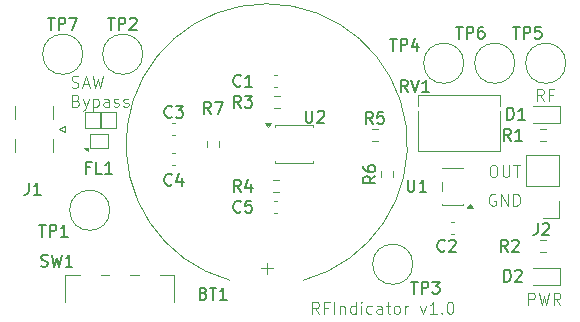
<source format=gbr>
%TF.GenerationSoftware,KiCad,Pcbnew,9.0.5*%
%TF.CreationDate,2025-11-29T16:59:50-06:00*%
%TF.ProjectId,RFIndicator,5246496e-6469-4636-9174-6f722e6b6963,rev?*%
%TF.SameCoordinates,Original*%
%TF.FileFunction,Legend,Top*%
%TF.FilePolarity,Positive*%
%FSLAX46Y46*%
G04 Gerber Fmt 4.6, Leading zero omitted, Abs format (unit mm)*
G04 Created by KiCad (PCBNEW 9.0.5) date 2025-11-29 16:59:50*
%MOMM*%
%LPD*%
G01*
G04 APERTURE LIST*
%ADD10C,0.100000*%
%ADD11C,0.150000*%
%ADD12C,0.120000*%
G04 APERTURE END LIST*
D10*
X95061693Y-113474038D02*
X94966455Y-113426419D01*
X94966455Y-113426419D02*
X94823598Y-113426419D01*
X94823598Y-113426419D02*
X94680741Y-113474038D01*
X94680741Y-113474038D02*
X94585503Y-113569276D01*
X94585503Y-113569276D02*
X94537884Y-113664514D01*
X94537884Y-113664514D02*
X94490265Y-113854990D01*
X94490265Y-113854990D02*
X94490265Y-113997847D01*
X94490265Y-113997847D02*
X94537884Y-114188323D01*
X94537884Y-114188323D02*
X94585503Y-114283561D01*
X94585503Y-114283561D02*
X94680741Y-114378800D01*
X94680741Y-114378800D02*
X94823598Y-114426419D01*
X94823598Y-114426419D02*
X94918836Y-114426419D01*
X94918836Y-114426419D02*
X95061693Y-114378800D01*
X95061693Y-114378800D02*
X95109312Y-114331180D01*
X95109312Y-114331180D02*
X95109312Y-113997847D01*
X95109312Y-113997847D02*
X94918836Y-113997847D01*
X95537884Y-114426419D02*
X95537884Y-113426419D01*
X95537884Y-113426419D02*
X96109312Y-114426419D01*
X96109312Y-114426419D02*
X96109312Y-113426419D01*
X96585503Y-114426419D02*
X96585503Y-113426419D01*
X96585503Y-113426419D02*
X96823598Y-113426419D01*
X96823598Y-113426419D02*
X96966455Y-113474038D01*
X96966455Y-113474038D02*
X97061693Y-113569276D01*
X97061693Y-113569276D02*
X97109312Y-113664514D01*
X97109312Y-113664514D02*
X97156931Y-113854990D01*
X97156931Y-113854990D02*
X97156931Y-113997847D01*
X97156931Y-113997847D02*
X97109312Y-114188323D01*
X97109312Y-114188323D02*
X97061693Y-114283561D01*
X97061693Y-114283561D02*
X96966455Y-114378800D01*
X96966455Y-114378800D02*
X96823598Y-114426419D01*
X96823598Y-114426419D02*
X96585503Y-114426419D01*
X94799884Y-110972121D02*
X94990360Y-110972121D01*
X94990360Y-110972121D02*
X95085598Y-111019740D01*
X95085598Y-111019740D02*
X95180836Y-111114978D01*
X95180836Y-111114978D02*
X95228455Y-111305454D01*
X95228455Y-111305454D02*
X95228455Y-111638787D01*
X95228455Y-111638787D02*
X95180836Y-111829263D01*
X95180836Y-111829263D02*
X95085598Y-111924502D01*
X95085598Y-111924502D02*
X94990360Y-111972121D01*
X94990360Y-111972121D02*
X94799884Y-111972121D01*
X94799884Y-111972121D02*
X94704646Y-111924502D01*
X94704646Y-111924502D02*
X94609408Y-111829263D01*
X94609408Y-111829263D02*
X94561789Y-111638787D01*
X94561789Y-111638787D02*
X94561789Y-111305454D01*
X94561789Y-111305454D02*
X94609408Y-111114978D01*
X94609408Y-111114978D02*
X94704646Y-111019740D01*
X94704646Y-111019740D02*
X94799884Y-110972121D01*
X95657027Y-110972121D02*
X95657027Y-111781644D01*
X95657027Y-111781644D02*
X95704646Y-111876882D01*
X95704646Y-111876882D02*
X95752265Y-111924502D01*
X95752265Y-111924502D02*
X95847503Y-111972121D01*
X95847503Y-111972121D02*
X96037979Y-111972121D01*
X96037979Y-111972121D02*
X96133217Y-111924502D01*
X96133217Y-111924502D02*
X96180836Y-111876882D01*
X96180836Y-111876882D02*
X96228455Y-111781644D01*
X96228455Y-111781644D02*
X96228455Y-110972121D01*
X96561789Y-110972121D02*
X97133217Y-110972121D01*
X96847503Y-111972121D02*
X96847503Y-110972121D01*
X99135312Y-105536419D02*
X98801979Y-105060228D01*
X98563884Y-105536419D02*
X98563884Y-104536419D01*
X98563884Y-104536419D02*
X98944836Y-104536419D01*
X98944836Y-104536419D02*
X99040074Y-104584038D01*
X99040074Y-104584038D02*
X99087693Y-104631657D01*
X99087693Y-104631657D02*
X99135312Y-104726895D01*
X99135312Y-104726895D02*
X99135312Y-104869752D01*
X99135312Y-104869752D02*
X99087693Y-104964990D01*
X99087693Y-104964990D02*
X99040074Y-105012609D01*
X99040074Y-105012609D02*
X98944836Y-105060228D01*
X98944836Y-105060228D02*
X98563884Y-105060228D01*
X99897217Y-105012609D02*
X99563884Y-105012609D01*
X99563884Y-105536419D02*
X99563884Y-104536419D01*
X99563884Y-104536419D02*
X100040074Y-104536419D01*
X97839884Y-122808419D02*
X97839884Y-121808419D01*
X97839884Y-121808419D02*
X98220836Y-121808419D01*
X98220836Y-121808419D02*
X98316074Y-121856038D01*
X98316074Y-121856038D02*
X98363693Y-121903657D01*
X98363693Y-121903657D02*
X98411312Y-121998895D01*
X98411312Y-121998895D02*
X98411312Y-122141752D01*
X98411312Y-122141752D02*
X98363693Y-122236990D01*
X98363693Y-122236990D02*
X98316074Y-122284609D01*
X98316074Y-122284609D02*
X98220836Y-122332228D01*
X98220836Y-122332228D02*
X97839884Y-122332228D01*
X98744646Y-121808419D02*
X98982741Y-122808419D01*
X98982741Y-122808419D02*
X99173217Y-122094133D01*
X99173217Y-122094133D02*
X99363693Y-122808419D01*
X99363693Y-122808419D02*
X99601789Y-121808419D01*
X100554169Y-122808419D02*
X100220836Y-122332228D01*
X99982741Y-122808419D02*
X99982741Y-121808419D01*
X99982741Y-121808419D02*
X100363693Y-121808419D01*
X100363693Y-121808419D02*
X100458931Y-121856038D01*
X100458931Y-121856038D02*
X100506550Y-121903657D01*
X100506550Y-121903657D02*
X100554169Y-121998895D01*
X100554169Y-121998895D02*
X100554169Y-122141752D01*
X100554169Y-122141752D02*
X100506550Y-122236990D01*
X100506550Y-122236990D02*
X100458931Y-122284609D01*
X100458931Y-122284609D02*
X100363693Y-122332228D01*
X100363693Y-122332228D02*
X99982741Y-122332228D01*
X59184265Y-104386856D02*
X59327122Y-104434475D01*
X59327122Y-104434475D02*
X59565217Y-104434475D01*
X59565217Y-104434475D02*
X59660455Y-104386856D01*
X59660455Y-104386856D02*
X59708074Y-104339236D01*
X59708074Y-104339236D02*
X59755693Y-104243998D01*
X59755693Y-104243998D02*
X59755693Y-104148760D01*
X59755693Y-104148760D02*
X59708074Y-104053522D01*
X59708074Y-104053522D02*
X59660455Y-104005903D01*
X59660455Y-104005903D02*
X59565217Y-103958284D01*
X59565217Y-103958284D02*
X59374741Y-103910665D01*
X59374741Y-103910665D02*
X59279503Y-103863046D01*
X59279503Y-103863046D02*
X59231884Y-103815427D01*
X59231884Y-103815427D02*
X59184265Y-103720189D01*
X59184265Y-103720189D02*
X59184265Y-103624951D01*
X59184265Y-103624951D02*
X59231884Y-103529713D01*
X59231884Y-103529713D02*
X59279503Y-103482094D01*
X59279503Y-103482094D02*
X59374741Y-103434475D01*
X59374741Y-103434475D02*
X59612836Y-103434475D01*
X59612836Y-103434475D02*
X59755693Y-103482094D01*
X60136646Y-104148760D02*
X60612836Y-104148760D01*
X60041408Y-104434475D02*
X60374741Y-103434475D01*
X60374741Y-103434475D02*
X60708074Y-104434475D01*
X60946170Y-103434475D02*
X61184265Y-104434475D01*
X61184265Y-104434475D02*
X61374741Y-103720189D01*
X61374741Y-103720189D02*
X61565217Y-104434475D01*
X61565217Y-104434475D02*
X61803313Y-103434475D01*
X59565217Y-105520609D02*
X59708074Y-105568228D01*
X59708074Y-105568228D02*
X59755693Y-105615847D01*
X59755693Y-105615847D02*
X59803312Y-105711085D01*
X59803312Y-105711085D02*
X59803312Y-105853942D01*
X59803312Y-105853942D02*
X59755693Y-105949180D01*
X59755693Y-105949180D02*
X59708074Y-105996800D01*
X59708074Y-105996800D02*
X59612836Y-106044419D01*
X59612836Y-106044419D02*
X59231884Y-106044419D01*
X59231884Y-106044419D02*
X59231884Y-105044419D01*
X59231884Y-105044419D02*
X59565217Y-105044419D01*
X59565217Y-105044419D02*
X59660455Y-105092038D01*
X59660455Y-105092038D02*
X59708074Y-105139657D01*
X59708074Y-105139657D02*
X59755693Y-105234895D01*
X59755693Y-105234895D02*
X59755693Y-105330133D01*
X59755693Y-105330133D02*
X59708074Y-105425371D01*
X59708074Y-105425371D02*
X59660455Y-105472990D01*
X59660455Y-105472990D02*
X59565217Y-105520609D01*
X59565217Y-105520609D02*
X59231884Y-105520609D01*
X60136646Y-105377752D02*
X60374741Y-106044419D01*
X60612836Y-105377752D02*
X60374741Y-106044419D01*
X60374741Y-106044419D02*
X60279503Y-106282514D01*
X60279503Y-106282514D02*
X60231884Y-106330133D01*
X60231884Y-106330133D02*
X60136646Y-106377752D01*
X60993789Y-105377752D02*
X60993789Y-106377752D01*
X60993789Y-105425371D02*
X61089027Y-105377752D01*
X61089027Y-105377752D02*
X61279503Y-105377752D01*
X61279503Y-105377752D02*
X61374741Y-105425371D01*
X61374741Y-105425371D02*
X61422360Y-105472990D01*
X61422360Y-105472990D02*
X61469979Y-105568228D01*
X61469979Y-105568228D02*
X61469979Y-105853942D01*
X61469979Y-105853942D02*
X61422360Y-105949180D01*
X61422360Y-105949180D02*
X61374741Y-105996800D01*
X61374741Y-105996800D02*
X61279503Y-106044419D01*
X61279503Y-106044419D02*
X61089027Y-106044419D01*
X61089027Y-106044419D02*
X60993789Y-105996800D01*
X62327122Y-106044419D02*
X62327122Y-105520609D01*
X62327122Y-105520609D02*
X62279503Y-105425371D01*
X62279503Y-105425371D02*
X62184265Y-105377752D01*
X62184265Y-105377752D02*
X61993789Y-105377752D01*
X61993789Y-105377752D02*
X61898551Y-105425371D01*
X62327122Y-105996800D02*
X62231884Y-106044419D01*
X62231884Y-106044419D02*
X61993789Y-106044419D01*
X61993789Y-106044419D02*
X61898551Y-105996800D01*
X61898551Y-105996800D02*
X61850932Y-105901561D01*
X61850932Y-105901561D02*
X61850932Y-105806323D01*
X61850932Y-105806323D02*
X61898551Y-105711085D01*
X61898551Y-105711085D02*
X61993789Y-105663466D01*
X61993789Y-105663466D02*
X62231884Y-105663466D01*
X62231884Y-105663466D02*
X62327122Y-105615847D01*
X62755694Y-105996800D02*
X62850932Y-106044419D01*
X62850932Y-106044419D02*
X63041408Y-106044419D01*
X63041408Y-106044419D02*
X63136646Y-105996800D01*
X63136646Y-105996800D02*
X63184265Y-105901561D01*
X63184265Y-105901561D02*
X63184265Y-105853942D01*
X63184265Y-105853942D02*
X63136646Y-105758704D01*
X63136646Y-105758704D02*
X63041408Y-105711085D01*
X63041408Y-105711085D02*
X62898551Y-105711085D01*
X62898551Y-105711085D02*
X62803313Y-105663466D01*
X62803313Y-105663466D02*
X62755694Y-105568228D01*
X62755694Y-105568228D02*
X62755694Y-105520609D01*
X62755694Y-105520609D02*
X62803313Y-105425371D01*
X62803313Y-105425371D02*
X62898551Y-105377752D01*
X62898551Y-105377752D02*
X63041408Y-105377752D01*
X63041408Y-105377752D02*
X63136646Y-105425371D01*
X63565218Y-105996800D02*
X63660456Y-106044419D01*
X63660456Y-106044419D02*
X63850932Y-106044419D01*
X63850932Y-106044419D02*
X63946170Y-105996800D01*
X63946170Y-105996800D02*
X63993789Y-105901561D01*
X63993789Y-105901561D02*
X63993789Y-105853942D01*
X63993789Y-105853942D02*
X63946170Y-105758704D01*
X63946170Y-105758704D02*
X63850932Y-105711085D01*
X63850932Y-105711085D02*
X63708075Y-105711085D01*
X63708075Y-105711085D02*
X63612837Y-105663466D01*
X63612837Y-105663466D02*
X63565218Y-105568228D01*
X63565218Y-105568228D02*
X63565218Y-105520609D01*
X63565218Y-105520609D02*
X63612837Y-105425371D01*
X63612837Y-105425371D02*
X63708075Y-105377752D01*
X63708075Y-105377752D02*
X63850932Y-105377752D01*
X63850932Y-105377752D02*
X63946170Y-105425371D01*
X80123312Y-123570419D02*
X79789979Y-123094228D01*
X79551884Y-123570419D02*
X79551884Y-122570419D01*
X79551884Y-122570419D02*
X79932836Y-122570419D01*
X79932836Y-122570419D02*
X80028074Y-122618038D01*
X80028074Y-122618038D02*
X80075693Y-122665657D01*
X80075693Y-122665657D02*
X80123312Y-122760895D01*
X80123312Y-122760895D02*
X80123312Y-122903752D01*
X80123312Y-122903752D02*
X80075693Y-122998990D01*
X80075693Y-122998990D02*
X80028074Y-123046609D01*
X80028074Y-123046609D02*
X79932836Y-123094228D01*
X79932836Y-123094228D02*
X79551884Y-123094228D01*
X80885217Y-123046609D02*
X80551884Y-123046609D01*
X80551884Y-123570419D02*
X80551884Y-122570419D01*
X80551884Y-122570419D02*
X81028074Y-122570419D01*
X81409027Y-123570419D02*
X81409027Y-122570419D01*
X81885217Y-122903752D02*
X81885217Y-123570419D01*
X81885217Y-122998990D02*
X81932836Y-122951371D01*
X81932836Y-122951371D02*
X82028074Y-122903752D01*
X82028074Y-122903752D02*
X82170931Y-122903752D01*
X82170931Y-122903752D02*
X82266169Y-122951371D01*
X82266169Y-122951371D02*
X82313788Y-123046609D01*
X82313788Y-123046609D02*
X82313788Y-123570419D01*
X83218550Y-123570419D02*
X83218550Y-122570419D01*
X83218550Y-123522800D02*
X83123312Y-123570419D01*
X83123312Y-123570419D02*
X82932836Y-123570419D01*
X82932836Y-123570419D02*
X82837598Y-123522800D01*
X82837598Y-123522800D02*
X82789979Y-123475180D01*
X82789979Y-123475180D02*
X82742360Y-123379942D01*
X82742360Y-123379942D02*
X82742360Y-123094228D01*
X82742360Y-123094228D02*
X82789979Y-122998990D01*
X82789979Y-122998990D02*
X82837598Y-122951371D01*
X82837598Y-122951371D02*
X82932836Y-122903752D01*
X82932836Y-122903752D02*
X83123312Y-122903752D01*
X83123312Y-122903752D02*
X83218550Y-122951371D01*
X83694741Y-123570419D02*
X83694741Y-122903752D01*
X83694741Y-122570419D02*
X83647122Y-122618038D01*
X83647122Y-122618038D02*
X83694741Y-122665657D01*
X83694741Y-122665657D02*
X83742360Y-122618038D01*
X83742360Y-122618038D02*
X83694741Y-122570419D01*
X83694741Y-122570419D02*
X83694741Y-122665657D01*
X84599502Y-123522800D02*
X84504264Y-123570419D01*
X84504264Y-123570419D02*
X84313788Y-123570419D01*
X84313788Y-123570419D02*
X84218550Y-123522800D01*
X84218550Y-123522800D02*
X84170931Y-123475180D01*
X84170931Y-123475180D02*
X84123312Y-123379942D01*
X84123312Y-123379942D02*
X84123312Y-123094228D01*
X84123312Y-123094228D02*
X84170931Y-122998990D01*
X84170931Y-122998990D02*
X84218550Y-122951371D01*
X84218550Y-122951371D02*
X84313788Y-122903752D01*
X84313788Y-122903752D02*
X84504264Y-122903752D01*
X84504264Y-122903752D02*
X84599502Y-122951371D01*
X85456645Y-123570419D02*
X85456645Y-123046609D01*
X85456645Y-123046609D02*
X85409026Y-122951371D01*
X85409026Y-122951371D02*
X85313788Y-122903752D01*
X85313788Y-122903752D02*
X85123312Y-122903752D01*
X85123312Y-122903752D02*
X85028074Y-122951371D01*
X85456645Y-123522800D02*
X85361407Y-123570419D01*
X85361407Y-123570419D02*
X85123312Y-123570419D01*
X85123312Y-123570419D02*
X85028074Y-123522800D01*
X85028074Y-123522800D02*
X84980455Y-123427561D01*
X84980455Y-123427561D02*
X84980455Y-123332323D01*
X84980455Y-123332323D02*
X85028074Y-123237085D01*
X85028074Y-123237085D02*
X85123312Y-123189466D01*
X85123312Y-123189466D02*
X85361407Y-123189466D01*
X85361407Y-123189466D02*
X85456645Y-123141847D01*
X85789979Y-122903752D02*
X86170931Y-122903752D01*
X85932836Y-122570419D02*
X85932836Y-123427561D01*
X85932836Y-123427561D02*
X85980455Y-123522800D01*
X85980455Y-123522800D02*
X86075693Y-123570419D01*
X86075693Y-123570419D02*
X86170931Y-123570419D01*
X86647122Y-123570419D02*
X86551884Y-123522800D01*
X86551884Y-123522800D02*
X86504265Y-123475180D01*
X86504265Y-123475180D02*
X86456646Y-123379942D01*
X86456646Y-123379942D02*
X86456646Y-123094228D01*
X86456646Y-123094228D02*
X86504265Y-122998990D01*
X86504265Y-122998990D02*
X86551884Y-122951371D01*
X86551884Y-122951371D02*
X86647122Y-122903752D01*
X86647122Y-122903752D02*
X86789979Y-122903752D01*
X86789979Y-122903752D02*
X86885217Y-122951371D01*
X86885217Y-122951371D02*
X86932836Y-122998990D01*
X86932836Y-122998990D02*
X86980455Y-123094228D01*
X86980455Y-123094228D02*
X86980455Y-123379942D01*
X86980455Y-123379942D02*
X86932836Y-123475180D01*
X86932836Y-123475180D02*
X86885217Y-123522800D01*
X86885217Y-123522800D02*
X86789979Y-123570419D01*
X86789979Y-123570419D02*
X86647122Y-123570419D01*
X87409027Y-123570419D02*
X87409027Y-122903752D01*
X87409027Y-123094228D02*
X87456646Y-122998990D01*
X87456646Y-122998990D02*
X87504265Y-122951371D01*
X87504265Y-122951371D02*
X87599503Y-122903752D01*
X87599503Y-122903752D02*
X87694741Y-122903752D01*
X88694742Y-122903752D02*
X88932837Y-123570419D01*
X88932837Y-123570419D02*
X89170932Y-122903752D01*
X90075694Y-123570419D02*
X89504266Y-123570419D01*
X89789980Y-123570419D02*
X89789980Y-122570419D01*
X89789980Y-122570419D02*
X89694742Y-122713276D01*
X89694742Y-122713276D02*
X89599504Y-122808514D01*
X89599504Y-122808514D02*
X89504266Y-122856133D01*
X90504266Y-123475180D02*
X90551885Y-123522800D01*
X90551885Y-123522800D02*
X90504266Y-123570419D01*
X90504266Y-123570419D02*
X90456647Y-123522800D01*
X90456647Y-123522800D02*
X90504266Y-123475180D01*
X90504266Y-123475180D02*
X90504266Y-123570419D01*
X91170932Y-122570419D02*
X91266170Y-122570419D01*
X91266170Y-122570419D02*
X91361408Y-122618038D01*
X91361408Y-122618038D02*
X91409027Y-122665657D01*
X91409027Y-122665657D02*
X91456646Y-122760895D01*
X91456646Y-122760895D02*
X91504265Y-122951371D01*
X91504265Y-122951371D02*
X91504265Y-123189466D01*
X91504265Y-123189466D02*
X91456646Y-123379942D01*
X91456646Y-123379942D02*
X91409027Y-123475180D01*
X91409027Y-123475180D02*
X91361408Y-123522800D01*
X91361408Y-123522800D02*
X91266170Y-123570419D01*
X91266170Y-123570419D02*
X91170932Y-123570419D01*
X91170932Y-123570419D02*
X91075694Y-123522800D01*
X91075694Y-123522800D02*
X91028075Y-123475180D01*
X91028075Y-123475180D02*
X90980456Y-123379942D01*
X90980456Y-123379942D02*
X90932837Y-123189466D01*
X90932837Y-123189466D02*
X90932837Y-122951371D01*
X90932837Y-122951371D02*
X90980456Y-122760895D01*
X90980456Y-122760895D02*
X91028075Y-122665657D01*
X91028075Y-122665657D02*
X91075694Y-122618038D01*
X91075694Y-122618038D02*
X91170932Y-122570419D01*
D11*
X60729904Y-111183009D02*
X60396571Y-111183009D01*
X60396571Y-111706819D02*
X60396571Y-110706819D01*
X60396571Y-110706819D02*
X60872761Y-110706819D01*
X61729904Y-111706819D02*
X61253714Y-111706819D01*
X61253714Y-111706819D02*
X61253714Y-110706819D01*
X62587047Y-111706819D02*
X62015619Y-111706819D01*
X62301333Y-111706819D02*
X62301333Y-110706819D01*
X62301333Y-110706819D02*
X62206095Y-110849676D01*
X62206095Y-110849676D02*
X62110857Y-110944914D01*
X62110857Y-110944914D02*
X62015619Y-110992533D01*
X95781905Y-120850819D02*
X95781905Y-119850819D01*
X95781905Y-119850819D02*
X96020000Y-119850819D01*
X96020000Y-119850819D02*
X96162857Y-119898438D01*
X96162857Y-119898438D02*
X96258095Y-119993676D01*
X96258095Y-119993676D02*
X96305714Y-120088914D01*
X96305714Y-120088914D02*
X96353333Y-120279390D01*
X96353333Y-120279390D02*
X96353333Y-120422247D01*
X96353333Y-120422247D02*
X96305714Y-120612723D01*
X96305714Y-120612723D02*
X96258095Y-120707961D01*
X96258095Y-120707961D02*
X96162857Y-120803200D01*
X96162857Y-120803200D02*
X96020000Y-120850819D01*
X96020000Y-120850819D02*
X95781905Y-120850819D01*
X96734286Y-119946057D02*
X96781905Y-119898438D01*
X96781905Y-119898438D02*
X96877143Y-119850819D01*
X96877143Y-119850819D02*
X97115238Y-119850819D01*
X97115238Y-119850819D02*
X97210476Y-119898438D01*
X97210476Y-119898438D02*
X97258095Y-119946057D01*
X97258095Y-119946057D02*
X97305714Y-120041295D01*
X97305714Y-120041295D02*
X97305714Y-120136533D01*
X97305714Y-120136533D02*
X97258095Y-120279390D01*
X97258095Y-120279390D02*
X96686667Y-120850819D01*
X96686667Y-120850819D02*
X97305714Y-120850819D01*
X98621927Y-115908840D02*
X98621927Y-116623125D01*
X98621927Y-116623125D02*
X98574308Y-116765982D01*
X98574308Y-116765982D02*
X98479070Y-116861221D01*
X98479070Y-116861221D02*
X98336213Y-116908840D01*
X98336213Y-116908840D02*
X98240975Y-116908840D01*
X99050499Y-116004078D02*
X99098118Y-115956459D01*
X99098118Y-115956459D02*
X99193356Y-115908840D01*
X99193356Y-115908840D02*
X99431451Y-115908840D01*
X99431451Y-115908840D02*
X99526689Y-115956459D01*
X99526689Y-115956459D02*
X99574308Y-116004078D01*
X99574308Y-116004078D02*
X99621927Y-116099316D01*
X99621927Y-116099316D02*
X99621927Y-116194554D01*
X99621927Y-116194554D02*
X99574308Y-116337411D01*
X99574308Y-116337411D02*
X99002880Y-116908840D01*
X99002880Y-116908840D02*
X99621927Y-116908840D01*
X96035905Y-107134819D02*
X96035905Y-106134819D01*
X96035905Y-106134819D02*
X96274000Y-106134819D01*
X96274000Y-106134819D02*
X96416857Y-106182438D01*
X96416857Y-106182438D02*
X96512095Y-106277676D01*
X96512095Y-106277676D02*
X96559714Y-106372914D01*
X96559714Y-106372914D02*
X96607333Y-106563390D01*
X96607333Y-106563390D02*
X96607333Y-106706247D01*
X96607333Y-106706247D02*
X96559714Y-106896723D01*
X96559714Y-106896723D02*
X96512095Y-106991961D01*
X96512095Y-106991961D02*
X96416857Y-107087200D01*
X96416857Y-107087200D02*
X96274000Y-107134819D01*
X96274000Y-107134819D02*
X96035905Y-107134819D01*
X97559714Y-107134819D02*
X96988286Y-107134819D01*
X97274000Y-107134819D02*
X97274000Y-106134819D01*
X97274000Y-106134819D02*
X97178762Y-106277676D01*
X97178762Y-106277676D02*
X97083524Y-106372914D01*
X97083524Y-106372914D02*
X96988286Y-106420533D01*
X90765333Y-118215580D02*
X90717714Y-118263200D01*
X90717714Y-118263200D02*
X90574857Y-118310819D01*
X90574857Y-118310819D02*
X90479619Y-118310819D01*
X90479619Y-118310819D02*
X90336762Y-118263200D01*
X90336762Y-118263200D02*
X90241524Y-118167961D01*
X90241524Y-118167961D02*
X90193905Y-118072723D01*
X90193905Y-118072723D02*
X90146286Y-117882247D01*
X90146286Y-117882247D02*
X90146286Y-117739390D01*
X90146286Y-117739390D02*
X90193905Y-117548914D01*
X90193905Y-117548914D02*
X90241524Y-117453676D01*
X90241524Y-117453676D02*
X90336762Y-117358438D01*
X90336762Y-117358438D02*
X90479619Y-117310819D01*
X90479619Y-117310819D02*
X90574857Y-117310819D01*
X90574857Y-117310819D02*
X90717714Y-117358438D01*
X90717714Y-117358438D02*
X90765333Y-117406057D01*
X91146286Y-117406057D02*
X91193905Y-117358438D01*
X91193905Y-117358438D02*
X91289143Y-117310819D01*
X91289143Y-117310819D02*
X91527238Y-117310819D01*
X91527238Y-117310819D02*
X91622476Y-117358438D01*
X91622476Y-117358438D02*
X91670095Y-117406057D01*
X91670095Y-117406057D02*
X91717714Y-117501295D01*
X91717714Y-117501295D02*
X91717714Y-117596533D01*
X91717714Y-117596533D02*
X91670095Y-117739390D01*
X91670095Y-117739390D02*
X91098667Y-118310819D01*
X91098667Y-118310819D02*
X91717714Y-118310819D01*
X96353333Y-108912819D02*
X96020000Y-108436628D01*
X95781905Y-108912819D02*
X95781905Y-107912819D01*
X95781905Y-107912819D02*
X96162857Y-107912819D01*
X96162857Y-107912819D02*
X96258095Y-107960438D01*
X96258095Y-107960438D02*
X96305714Y-108008057D01*
X96305714Y-108008057D02*
X96353333Y-108103295D01*
X96353333Y-108103295D02*
X96353333Y-108246152D01*
X96353333Y-108246152D02*
X96305714Y-108341390D01*
X96305714Y-108341390D02*
X96258095Y-108389009D01*
X96258095Y-108389009D02*
X96162857Y-108436628D01*
X96162857Y-108436628D02*
X95781905Y-108436628D01*
X97305714Y-108912819D02*
X96734286Y-108912819D01*
X97020000Y-108912819D02*
X97020000Y-107912819D01*
X97020000Y-107912819D02*
X96924762Y-108055676D01*
X96924762Y-108055676D02*
X96829524Y-108150914D01*
X96829524Y-108150914D02*
X96734286Y-108198533D01*
X87625794Y-104776617D02*
X87292461Y-104300426D01*
X87054366Y-104776617D02*
X87054366Y-103776617D01*
X87054366Y-103776617D02*
X87435318Y-103776617D01*
X87435318Y-103776617D02*
X87530556Y-103824236D01*
X87530556Y-103824236D02*
X87578175Y-103871855D01*
X87578175Y-103871855D02*
X87625794Y-103967093D01*
X87625794Y-103967093D02*
X87625794Y-104109950D01*
X87625794Y-104109950D02*
X87578175Y-104205188D01*
X87578175Y-104205188D02*
X87530556Y-104252807D01*
X87530556Y-104252807D02*
X87435318Y-104300426D01*
X87435318Y-104300426D02*
X87054366Y-104300426D01*
X87911509Y-103776617D02*
X88244842Y-104776617D01*
X88244842Y-104776617D02*
X88578175Y-103776617D01*
X89435318Y-104776617D02*
X88863890Y-104776617D01*
X89149604Y-104776617D02*
X89149604Y-103776617D01*
X89149604Y-103776617D02*
X89054366Y-103919474D01*
X89054366Y-103919474D02*
X88959128Y-104014712D01*
X88959128Y-104014712D02*
X88863890Y-104062331D01*
X96099333Y-118310819D02*
X95766000Y-117834628D01*
X95527905Y-118310819D02*
X95527905Y-117310819D01*
X95527905Y-117310819D02*
X95908857Y-117310819D01*
X95908857Y-117310819D02*
X96004095Y-117358438D01*
X96004095Y-117358438D02*
X96051714Y-117406057D01*
X96051714Y-117406057D02*
X96099333Y-117501295D01*
X96099333Y-117501295D02*
X96099333Y-117644152D01*
X96099333Y-117644152D02*
X96051714Y-117739390D01*
X96051714Y-117739390D02*
X96004095Y-117787009D01*
X96004095Y-117787009D02*
X95908857Y-117834628D01*
X95908857Y-117834628D02*
X95527905Y-117834628D01*
X96480286Y-117406057D02*
X96527905Y-117358438D01*
X96527905Y-117358438D02*
X96623143Y-117310819D01*
X96623143Y-117310819D02*
X96861238Y-117310819D01*
X96861238Y-117310819D02*
X96956476Y-117358438D01*
X96956476Y-117358438D02*
X97004095Y-117406057D01*
X97004095Y-117406057D02*
X97051714Y-117501295D01*
X97051714Y-117501295D02*
X97051714Y-117596533D01*
X97051714Y-117596533D02*
X97004095Y-117739390D01*
X97004095Y-117739390D02*
X96432667Y-118310819D01*
X96432667Y-118310819D02*
X97051714Y-118310819D01*
X87630095Y-112230819D02*
X87630095Y-113040342D01*
X87630095Y-113040342D02*
X87677714Y-113135580D01*
X87677714Y-113135580D02*
X87725333Y-113183200D01*
X87725333Y-113183200D02*
X87820571Y-113230819D01*
X87820571Y-113230819D02*
X88011047Y-113230819D01*
X88011047Y-113230819D02*
X88106285Y-113183200D01*
X88106285Y-113183200D02*
X88153904Y-113135580D01*
X88153904Y-113135580D02*
X88201523Y-113040342D01*
X88201523Y-113040342D02*
X88201523Y-112230819D01*
X89201523Y-113230819D02*
X88630095Y-113230819D01*
X88915809Y-113230819D02*
X88915809Y-112230819D01*
X88915809Y-112230819D02*
X88820571Y-112373676D01*
X88820571Y-112373676D02*
X88725333Y-112468914D01*
X88725333Y-112468914D02*
X88630095Y-112516533D01*
X96528095Y-99276819D02*
X97099523Y-99276819D01*
X96813809Y-100276819D02*
X96813809Y-99276819D01*
X97432857Y-100276819D02*
X97432857Y-99276819D01*
X97432857Y-99276819D02*
X97813809Y-99276819D01*
X97813809Y-99276819D02*
X97909047Y-99324438D01*
X97909047Y-99324438D02*
X97956666Y-99372057D01*
X97956666Y-99372057D02*
X98004285Y-99467295D01*
X98004285Y-99467295D02*
X98004285Y-99610152D01*
X98004285Y-99610152D02*
X97956666Y-99705390D01*
X97956666Y-99705390D02*
X97909047Y-99753009D01*
X97909047Y-99753009D02*
X97813809Y-99800628D01*
X97813809Y-99800628D02*
X97432857Y-99800628D01*
X98909047Y-99276819D02*
X98432857Y-99276819D01*
X98432857Y-99276819D02*
X98385238Y-99753009D01*
X98385238Y-99753009D02*
X98432857Y-99705390D01*
X98432857Y-99705390D02*
X98528095Y-99657771D01*
X98528095Y-99657771D02*
X98766190Y-99657771D01*
X98766190Y-99657771D02*
X98861428Y-99705390D01*
X98861428Y-99705390D02*
X98909047Y-99753009D01*
X98909047Y-99753009D02*
X98956666Y-99848247D01*
X98956666Y-99848247D02*
X98956666Y-100086342D01*
X98956666Y-100086342D02*
X98909047Y-100181580D01*
X98909047Y-100181580D02*
X98861428Y-100229200D01*
X98861428Y-100229200D02*
X98766190Y-100276819D01*
X98766190Y-100276819D02*
X98528095Y-100276819D01*
X98528095Y-100276819D02*
X98432857Y-100229200D01*
X98432857Y-100229200D02*
X98385238Y-100181580D01*
X86114095Y-100292819D02*
X86685523Y-100292819D01*
X86399809Y-101292819D02*
X86399809Y-100292819D01*
X87018857Y-101292819D02*
X87018857Y-100292819D01*
X87018857Y-100292819D02*
X87399809Y-100292819D01*
X87399809Y-100292819D02*
X87495047Y-100340438D01*
X87495047Y-100340438D02*
X87542666Y-100388057D01*
X87542666Y-100388057D02*
X87590285Y-100483295D01*
X87590285Y-100483295D02*
X87590285Y-100626152D01*
X87590285Y-100626152D02*
X87542666Y-100721390D01*
X87542666Y-100721390D02*
X87495047Y-100769009D01*
X87495047Y-100769009D02*
X87399809Y-100816628D01*
X87399809Y-100816628D02*
X87018857Y-100816628D01*
X88447428Y-100626152D02*
X88447428Y-101292819D01*
X88209333Y-100245200D02*
X87971238Y-100959485D01*
X87971238Y-100959485D02*
X88590285Y-100959485D01*
X91702095Y-99276819D02*
X92273523Y-99276819D01*
X91987809Y-100276819D02*
X91987809Y-99276819D01*
X92606857Y-100276819D02*
X92606857Y-99276819D01*
X92606857Y-99276819D02*
X92987809Y-99276819D01*
X92987809Y-99276819D02*
X93083047Y-99324438D01*
X93083047Y-99324438D02*
X93130666Y-99372057D01*
X93130666Y-99372057D02*
X93178285Y-99467295D01*
X93178285Y-99467295D02*
X93178285Y-99610152D01*
X93178285Y-99610152D02*
X93130666Y-99705390D01*
X93130666Y-99705390D02*
X93083047Y-99753009D01*
X93083047Y-99753009D02*
X92987809Y-99800628D01*
X92987809Y-99800628D02*
X92606857Y-99800628D01*
X94035428Y-99276819D02*
X93844952Y-99276819D01*
X93844952Y-99276819D02*
X93749714Y-99324438D01*
X93749714Y-99324438D02*
X93702095Y-99372057D01*
X93702095Y-99372057D02*
X93606857Y-99514914D01*
X93606857Y-99514914D02*
X93559238Y-99705390D01*
X93559238Y-99705390D02*
X93559238Y-100086342D01*
X93559238Y-100086342D02*
X93606857Y-100181580D01*
X93606857Y-100181580D02*
X93654476Y-100229200D01*
X93654476Y-100229200D02*
X93749714Y-100276819D01*
X93749714Y-100276819D02*
X93940190Y-100276819D01*
X93940190Y-100276819D02*
X94035428Y-100229200D01*
X94035428Y-100229200D02*
X94083047Y-100181580D01*
X94083047Y-100181580D02*
X94130666Y-100086342D01*
X94130666Y-100086342D02*
X94130666Y-99848247D01*
X94130666Y-99848247D02*
X94083047Y-99753009D01*
X94083047Y-99753009D02*
X94035428Y-99705390D01*
X94035428Y-99705390D02*
X93940190Y-99657771D01*
X93940190Y-99657771D02*
X93749714Y-99657771D01*
X93749714Y-99657771D02*
X93654476Y-99705390D01*
X93654476Y-99705390D02*
X93606857Y-99753009D01*
X93606857Y-99753009D02*
X93559238Y-99848247D01*
X57158095Y-98514819D02*
X57729523Y-98514819D01*
X57443809Y-99514819D02*
X57443809Y-98514819D01*
X58062857Y-99514819D02*
X58062857Y-98514819D01*
X58062857Y-98514819D02*
X58443809Y-98514819D01*
X58443809Y-98514819D02*
X58539047Y-98562438D01*
X58539047Y-98562438D02*
X58586666Y-98610057D01*
X58586666Y-98610057D02*
X58634285Y-98705295D01*
X58634285Y-98705295D02*
X58634285Y-98848152D01*
X58634285Y-98848152D02*
X58586666Y-98943390D01*
X58586666Y-98943390D02*
X58539047Y-98991009D01*
X58539047Y-98991009D02*
X58443809Y-99038628D01*
X58443809Y-99038628D02*
X58062857Y-99038628D01*
X58967619Y-98514819D02*
X59634285Y-98514819D01*
X59634285Y-98514819D02*
X59205714Y-99514819D01*
X87892095Y-120866819D02*
X88463523Y-120866819D01*
X88177809Y-121866819D02*
X88177809Y-120866819D01*
X88796857Y-121866819D02*
X88796857Y-120866819D01*
X88796857Y-120866819D02*
X89177809Y-120866819D01*
X89177809Y-120866819D02*
X89273047Y-120914438D01*
X89273047Y-120914438D02*
X89320666Y-120962057D01*
X89320666Y-120962057D02*
X89368285Y-121057295D01*
X89368285Y-121057295D02*
X89368285Y-121200152D01*
X89368285Y-121200152D02*
X89320666Y-121295390D01*
X89320666Y-121295390D02*
X89273047Y-121343009D01*
X89273047Y-121343009D02*
X89177809Y-121390628D01*
X89177809Y-121390628D02*
X88796857Y-121390628D01*
X89701619Y-120866819D02*
X90320666Y-120866819D01*
X90320666Y-120866819D02*
X89987333Y-121247771D01*
X89987333Y-121247771D02*
X90130190Y-121247771D01*
X90130190Y-121247771D02*
X90225428Y-121295390D01*
X90225428Y-121295390D02*
X90273047Y-121343009D01*
X90273047Y-121343009D02*
X90320666Y-121438247D01*
X90320666Y-121438247D02*
X90320666Y-121676342D01*
X90320666Y-121676342D02*
X90273047Y-121771580D01*
X90273047Y-121771580D02*
X90225428Y-121819200D01*
X90225428Y-121819200D02*
X90130190Y-121866819D01*
X90130190Y-121866819D02*
X89844476Y-121866819D01*
X89844476Y-121866819D02*
X89749238Y-121819200D01*
X89749238Y-121819200D02*
X89701619Y-121771580D01*
X62238095Y-98514819D02*
X62809523Y-98514819D01*
X62523809Y-99514819D02*
X62523809Y-98514819D01*
X63142857Y-99514819D02*
X63142857Y-98514819D01*
X63142857Y-98514819D02*
X63523809Y-98514819D01*
X63523809Y-98514819D02*
X63619047Y-98562438D01*
X63619047Y-98562438D02*
X63666666Y-98610057D01*
X63666666Y-98610057D02*
X63714285Y-98705295D01*
X63714285Y-98705295D02*
X63714285Y-98848152D01*
X63714285Y-98848152D02*
X63666666Y-98943390D01*
X63666666Y-98943390D02*
X63619047Y-98991009D01*
X63619047Y-98991009D02*
X63523809Y-99038628D01*
X63523809Y-99038628D02*
X63142857Y-99038628D01*
X64095238Y-98610057D02*
X64142857Y-98562438D01*
X64142857Y-98562438D02*
X64238095Y-98514819D01*
X64238095Y-98514819D02*
X64476190Y-98514819D01*
X64476190Y-98514819D02*
X64571428Y-98562438D01*
X64571428Y-98562438D02*
X64619047Y-98610057D01*
X64619047Y-98610057D02*
X64666666Y-98705295D01*
X64666666Y-98705295D02*
X64666666Y-98800533D01*
X64666666Y-98800533D02*
X64619047Y-98943390D01*
X64619047Y-98943390D02*
X64047619Y-99514819D01*
X64047619Y-99514819D02*
X64666666Y-99514819D01*
X56396095Y-116040819D02*
X56967523Y-116040819D01*
X56681809Y-117040819D02*
X56681809Y-116040819D01*
X57300857Y-117040819D02*
X57300857Y-116040819D01*
X57300857Y-116040819D02*
X57681809Y-116040819D01*
X57681809Y-116040819D02*
X57777047Y-116088438D01*
X57777047Y-116088438D02*
X57824666Y-116136057D01*
X57824666Y-116136057D02*
X57872285Y-116231295D01*
X57872285Y-116231295D02*
X57872285Y-116374152D01*
X57872285Y-116374152D02*
X57824666Y-116469390D01*
X57824666Y-116469390D02*
X57777047Y-116517009D01*
X57777047Y-116517009D02*
X57681809Y-116564628D01*
X57681809Y-116564628D02*
X57300857Y-116564628D01*
X58824666Y-117040819D02*
X58253238Y-117040819D01*
X58538952Y-117040819D02*
X58538952Y-116040819D01*
X58538952Y-116040819D02*
X58443714Y-116183676D01*
X58443714Y-116183676D02*
X58348476Y-116278914D01*
X58348476Y-116278914D02*
X58253238Y-116326533D01*
X78994095Y-106388819D02*
X78994095Y-107198342D01*
X78994095Y-107198342D02*
X79041714Y-107293580D01*
X79041714Y-107293580D02*
X79089333Y-107341200D01*
X79089333Y-107341200D02*
X79184571Y-107388819D01*
X79184571Y-107388819D02*
X79375047Y-107388819D01*
X79375047Y-107388819D02*
X79470285Y-107341200D01*
X79470285Y-107341200D02*
X79517904Y-107293580D01*
X79517904Y-107293580D02*
X79565523Y-107198342D01*
X79565523Y-107198342D02*
X79565523Y-106388819D01*
X79994095Y-106484057D02*
X80041714Y-106436438D01*
X80041714Y-106436438D02*
X80136952Y-106388819D01*
X80136952Y-106388819D02*
X80375047Y-106388819D01*
X80375047Y-106388819D02*
X80470285Y-106436438D01*
X80470285Y-106436438D02*
X80517904Y-106484057D01*
X80517904Y-106484057D02*
X80565523Y-106579295D01*
X80565523Y-106579295D02*
X80565523Y-106674533D01*
X80565523Y-106674533D02*
X80517904Y-106817390D01*
X80517904Y-106817390D02*
X79946476Y-107388819D01*
X79946476Y-107388819D02*
X80565523Y-107388819D01*
X56578667Y-119533200D02*
X56721524Y-119580819D01*
X56721524Y-119580819D02*
X56959619Y-119580819D01*
X56959619Y-119580819D02*
X57054857Y-119533200D01*
X57054857Y-119533200D02*
X57102476Y-119485580D01*
X57102476Y-119485580D02*
X57150095Y-119390342D01*
X57150095Y-119390342D02*
X57150095Y-119295104D01*
X57150095Y-119295104D02*
X57102476Y-119199866D01*
X57102476Y-119199866D02*
X57054857Y-119152247D01*
X57054857Y-119152247D02*
X56959619Y-119104628D01*
X56959619Y-119104628D02*
X56769143Y-119057009D01*
X56769143Y-119057009D02*
X56673905Y-119009390D01*
X56673905Y-119009390D02*
X56626286Y-118961771D01*
X56626286Y-118961771D02*
X56578667Y-118866533D01*
X56578667Y-118866533D02*
X56578667Y-118771295D01*
X56578667Y-118771295D02*
X56626286Y-118676057D01*
X56626286Y-118676057D02*
X56673905Y-118628438D01*
X56673905Y-118628438D02*
X56769143Y-118580819D01*
X56769143Y-118580819D02*
X57007238Y-118580819D01*
X57007238Y-118580819D02*
X57150095Y-118628438D01*
X57483429Y-118580819D02*
X57721524Y-119580819D01*
X57721524Y-119580819D02*
X57912000Y-118866533D01*
X57912000Y-118866533D02*
X58102476Y-119580819D01*
X58102476Y-119580819D02*
X58340572Y-118580819D01*
X59245333Y-119580819D02*
X58673905Y-119580819D01*
X58959619Y-119580819D02*
X58959619Y-118580819D01*
X58959619Y-118580819D02*
X58864381Y-118723676D01*
X58864381Y-118723676D02*
X58769143Y-118818914D01*
X58769143Y-118818914D02*
X58673905Y-118866533D01*
X70953333Y-106626819D02*
X70620000Y-106150628D01*
X70381905Y-106626819D02*
X70381905Y-105626819D01*
X70381905Y-105626819D02*
X70762857Y-105626819D01*
X70762857Y-105626819D02*
X70858095Y-105674438D01*
X70858095Y-105674438D02*
X70905714Y-105722057D01*
X70905714Y-105722057D02*
X70953333Y-105817295D01*
X70953333Y-105817295D02*
X70953333Y-105960152D01*
X70953333Y-105960152D02*
X70905714Y-106055390D01*
X70905714Y-106055390D02*
X70858095Y-106103009D01*
X70858095Y-106103009D02*
X70762857Y-106150628D01*
X70762857Y-106150628D02*
X70381905Y-106150628D01*
X71286667Y-105626819D02*
X71953333Y-105626819D01*
X71953333Y-105626819D02*
X71524762Y-106626819D01*
X84876819Y-111926666D02*
X84400628Y-112259999D01*
X84876819Y-112498094D02*
X83876819Y-112498094D01*
X83876819Y-112498094D02*
X83876819Y-112117142D01*
X83876819Y-112117142D02*
X83924438Y-112021904D01*
X83924438Y-112021904D02*
X83972057Y-111974285D01*
X83972057Y-111974285D02*
X84067295Y-111926666D01*
X84067295Y-111926666D02*
X84210152Y-111926666D01*
X84210152Y-111926666D02*
X84305390Y-111974285D01*
X84305390Y-111974285D02*
X84353009Y-112021904D01*
X84353009Y-112021904D02*
X84400628Y-112117142D01*
X84400628Y-112117142D02*
X84400628Y-112498094D01*
X83876819Y-111069523D02*
X83876819Y-111259999D01*
X83876819Y-111259999D02*
X83924438Y-111355237D01*
X83924438Y-111355237D02*
X83972057Y-111402856D01*
X83972057Y-111402856D02*
X84114914Y-111498094D01*
X84114914Y-111498094D02*
X84305390Y-111545713D01*
X84305390Y-111545713D02*
X84686342Y-111545713D01*
X84686342Y-111545713D02*
X84781580Y-111498094D01*
X84781580Y-111498094D02*
X84829200Y-111450475D01*
X84829200Y-111450475D02*
X84876819Y-111355237D01*
X84876819Y-111355237D02*
X84876819Y-111164761D01*
X84876819Y-111164761D02*
X84829200Y-111069523D01*
X84829200Y-111069523D02*
X84781580Y-111021904D01*
X84781580Y-111021904D02*
X84686342Y-110974285D01*
X84686342Y-110974285D02*
X84448247Y-110974285D01*
X84448247Y-110974285D02*
X84353009Y-111021904D01*
X84353009Y-111021904D02*
X84305390Y-111069523D01*
X84305390Y-111069523D02*
X84257771Y-111164761D01*
X84257771Y-111164761D02*
X84257771Y-111355237D01*
X84257771Y-111355237D02*
X84305390Y-111450475D01*
X84305390Y-111450475D02*
X84353009Y-111498094D01*
X84353009Y-111498094D02*
X84448247Y-111545713D01*
X84669333Y-107482819D02*
X84336000Y-107006628D01*
X84097905Y-107482819D02*
X84097905Y-106482819D01*
X84097905Y-106482819D02*
X84478857Y-106482819D01*
X84478857Y-106482819D02*
X84574095Y-106530438D01*
X84574095Y-106530438D02*
X84621714Y-106578057D01*
X84621714Y-106578057D02*
X84669333Y-106673295D01*
X84669333Y-106673295D02*
X84669333Y-106816152D01*
X84669333Y-106816152D02*
X84621714Y-106911390D01*
X84621714Y-106911390D02*
X84574095Y-106959009D01*
X84574095Y-106959009D02*
X84478857Y-107006628D01*
X84478857Y-107006628D02*
X84097905Y-107006628D01*
X85574095Y-106482819D02*
X85097905Y-106482819D01*
X85097905Y-106482819D02*
X85050286Y-106959009D01*
X85050286Y-106959009D02*
X85097905Y-106911390D01*
X85097905Y-106911390D02*
X85193143Y-106863771D01*
X85193143Y-106863771D02*
X85431238Y-106863771D01*
X85431238Y-106863771D02*
X85526476Y-106911390D01*
X85526476Y-106911390D02*
X85574095Y-106959009D01*
X85574095Y-106959009D02*
X85621714Y-107054247D01*
X85621714Y-107054247D02*
X85621714Y-107292342D01*
X85621714Y-107292342D02*
X85574095Y-107387580D01*
X85574095Y-107387580D02*
X85526476Y-107435200D01*
X85526476Y-107435200D02*
X85431238Y-107482819D01*
X85431238Y-107482819D02*
X85193143Y-107482819D01*
X85193143Y-107482819D02*
X85097905Y-107435200D01*
X85097905Y-107435200D02*
X85050286Y-107387580D01*
X73493333Y-113230819D02*
X73160000Y-112754628D01*
X72921905Y-113230819D02*
X72921905Y-112230819D01*
X72921905Y-112230819D02*
X73302857Y-112230819D01*
X73302857Y-112230819D02*
X73398095Y-112278438D01*
X73398095Y-112278438D02*
X73445714Y-112326057D01*
X73445714Y-112326057D02*
X73493333Y-112421295D01*
X73493333Y-112421295D02*
X73493333Y-112564152D01*
X73493333Y-112564152D02*
X73445714Y-112659390D01*
X73445714Y-112659390D02*
X73398095Y-112707009D01*
X73398095Y-112707009D02*
X73302857Y-112754628D01*
X73302857Y-112754628D02*
X72921905Y-112754628D01*
X74350476Y-112564152D02*
X74350476Y-113230819D01*
X74112381Y-112183200D02*
X73874286Y-112897485D01*
X73874286Y-112897485D02*
X74493333Y-112897485D01*
X73493333Y-106118819D02*
X73160000Y-105642628D01*
X72921905Y-106118819D02*
X72921905Y-105118819D01*
X72921905Y-105118819D02*
X73302857Y-105118819D01*
X73302857Y-105118819D02*
X73398095Y-105166438D01*
X73398095Y-105166438D02*
X73445714Y-105214057D01*
X73445714Y-105214057D02*
X73493333Y-105309295D01*
X73493333Y-105309295D02*
X73493333Y-105452152D01*
X73493333Y-105452152D02*
X73445714Y-105547390D01*
X73445714Y-105547390D02*
X73398095Y-105595009D01*
X73398095Y-105595009D02*
X73302857Y-105642628D01*
X73302857Y-105642628D02*
X72921905Y-105642628D01*
X73826667Y-105118819D02*
X74445714Y-105118819D01*
X74445714Y-105118819D02*
X74112381Y-105499771D01*
X74112381Y-105499771D02*
X74255238Y-105499771D01*
X74255238Y-105499771D02*
X74350476Y-105547390D01*
X74350476Y-105547390D02*
X74398095Y-105595009D01*
X74398095Y-105595009D02*
X74445714Y-105690247D01*
X74445714Y-105690247D02*
X74445714Y-105928342D01*
X74445714Y-105928342D02*
X74398095Y-106023580D01*
X74398095Y-106023580D02*
X74350476Y-106071200D01*
X74350476Y-106071200D02*
X74255238Y-106118819D01*
X74255238Y-106118819D02*
X73969524Y-106118819D01*
X73969524Y-106118819D02*
X73874286Y-106071200D01*
X73874286Y-106071200D02*
X73826667Y-106023580D01*
X55546666Y-112484819D02*
X55546666Y-113199104D01*
X55546666Y-113199104D02*
X55499047Y-113341961D01*
X55499047Y-113341961D02*
X55403809Y-113437200D01*
X55403809Y-113437200D02*
X55260952Y-113484819D01*
X55260952Y-113484819D02*
X55165714Y-113484819D01*
X56546666Y-113484819D02*
X55975238Y-113484819D01*
X56260952Y-113484819D02*
X56260952Y-112484819D01*
X56260952Y-112484819D02*
X56165714Y-112627676D01*
X56165714Y-112627676D02*
X56070476Y-112722914D01*
X56070476Y-112722914D02*
X55975238Y-112770533D01*
X73493333Y-114913580D02*
X73445714Y-114961200D01*
X73445714Y-114961200D02*
X73302857Y-115008819D01*
X73302857Y-115008819D02*
X73207619Y-115008819D01*
X73207619Y-115008819D02*
X73064762Y-114961200D01*
X73064762Y-114961200D02*
X72969524Y-114865961D01*
X72969524Y-114865961D02*
X72921905Y-114770723D01*
X72921905Y-114770723D02*
X72874286Y-114580247D01*
X72874286Y-114580247D02*
X72874286Y-114437390D01*
X72874286Y-114437390D02*
X72921905Y-114246914D01*
X72921905Y-114246914D02*
X72969524Y-114151676D01*
X72969524Y-114151676D02*
X73064762Y-114056438D01*
X73064762Y-114056438D02*
X73207619Y-114008819D01*
X73207619Y-114008819D02*
X73302857Y-114008819D01*
X73302857Y-114008819D02*
X73445714Y-114056438D01*
X73445714Y-114056438D02*
X73493333Y-114104057D01*
X74398095Y-114008819D02*
X73921905Y-114008819D01*
X73921905Y-114008819D02*
X73874286Y-114485009D01*
X73874286Y-114485009D02*
X73921905Y-114437390D01*
X73921905Y-114437390D02*
X74017143Y-114389771D01*
X74017143Y-114389771D02*
X74255238Y-114389771D01*
X74255238Y-114389771D02*
X74350476Y-114437390D01*
X74350476Y-114437390D02*
X74398095Y-114485009D01*
X74398095Y-114485009D02*
X74445714Y-114580247D01*
X74445714Y-114580247D02*
X74445714Y-114818342D01*
X74445714Y-114818342D02*
X74398095Y-114913580D01*
X74398095Y-114913580D02*
X74350476Y-114961200D01*
X74350476Y-114961200D02*
X74255238Y-115008819D01*
X74255238Y-115008819D02*
X74017143Y-115008819D01*
X74017143Y-115008819D02*
X73921905Y-114961200D01*
X73921905Y-114961200D02*
X73874286Y-114913580D01*
X67651333Y-112627580D02*
X67603714Y-112675200D01*
X67603714Y-112675200D02*
X67460857Y-112722819D01*
X67460857Y-112722819D02*
X67365619Y-112722819D01*
X67365619Y-112722819D02*
X67222762Y-112675200D01*
X67222762Y-112675200D02*
X67127524Y-112579961D01*
X67127524Y-112579961D02*
X67079905Y-112484723D01*
X67079905Y-112484723D02*
X67032286Y-112294247D01*
X67032286Y-112294247D02*
X67032286Y-112151390D01*
X67032286Y-112151390D02*
X67079905Y-111960914D01*
X67079905Y-111960914D02*
X67127524Y-111865676D01*
X67127524Y-111865676D02*
X67222762Y-111770438D01*
X67222762Y-111770438D02*
X67365619Y-111722819D01*
X67365619Y-111722819D02*
X67460857Y-111722819D01*
X67460857Y-111722819D02*
X67603714Y-111770438D01*
X67603714Y-111770438D02*
X67651333Y-111818057D01*
X68508476Y-112056152D02*
X68508476Y-112722819D01*
X68270381Y-111675200D02*
X68032286Y-112389485D01*
X68032286Y-112389485D02*
X68651333Y-112389485D01*
X67651333Y-106879580D02*
X67603714Y-106927200D01*
X67603714Y-106927200D02*
X67460857Y-106974819D01*
X67460857Y-106974819D02*
X67365619Y-106974819D01*
X67365619Y-106974819D02*
X67222762Y-106927200D01*
X67222762Y-106927200D02*
X67127524Y-106831961D01*
X67127524Y-106831961D02*
X67079905Y-106736723D01*
X67079905Y-106736723D02*
X67032286Y-106546247D01*
X67032286Y-106546247D02*
X67032286Y-106403390D01*
X67032286Y-106403390D02*
X67079905Y-106212914D01*
X67079905Y-106212914D02*
X67127524Y-106117676D01*
X67127524Y-106117676D02*
X67222762Y-106022438D01*
X67222762Y-106022438D02*
X67365619Y-105974819D01*
X67365619Y-105974819D02*
X67460857Y-105974819D01*
X67460857Y-105974819D02*
X67603714Y-106022438D01*
X67603714Y-106022438D02*
X67651333Y-106070057D01*
X67984667Y-105974819D02*
X68603714Y-105974819D01*
X68603714Y-105974819D02*
X68270381Y-106355771D01*
X68270381Y-106355771D02*
X68413238Y-106355771D01*
X68413238Y-106355771D02*
X68508476Y-106403390D01*
X68508476Y-106403390D02*
X68556095Y-106451009D01*
X68556095Y-106451009D02*
X68603714Y-106546247D01*
X68603714Y-106546247D02*
X68603714Y-106784342D01*
X68603714Y-106784342D02*
X68556095Y-106879580D01*
X68556095Y-106879580D02*
X68508476Y-106927200D01*
X68508476Y-106927200D02*
X68413238Y-106974819D01*
X68413238Y-106974819D02*
X68127524Y-106974819D01*
X68127524Y-106974819D02*
X68032286Y-106927200D01*
X68032286Y-106927200D02*
X67984667Y-106879580D01*
X73493333Y-104245580D02*
X73445714Y-104293200D01*
X73445714Y-104293200D02*
X73302857Y-104340819D01*
X73302857Y-104340819D02*
X73207619Y-104340819D01*
X73207619Y-104340819D02*
X73064762Y-104293200D01*
X73064762Y-104293200D02*
X72969524Y-104197961D01*
X72969524Y-104197961D02*
X72921905Y-104102723D01*
X72921905Y-104102723D02*
X72874286Y-103912247D01*
X72874286Y-103912247D02*
X72874286Y-103769390D01*
X72874286Y-103769390D02*
X72921905Y-103578914D01*
X72921905Y-103578914D02*
X72969524Y-103483676D01*
X72969524Y-103483676D02*
X73064762Y-103388438D01*
X73064762Y-103388438D02*
X73207619Y-103340819D01*
X73207619Y-103340819D02*
X73302857Y-103340819D01*
X73302857Y-103340819D02*
X73445714Y-103388438D01*
X73445714Y-103388438D02*
X73493333Y-103436057D01*
X74445714Y-104340819D02*
X73874286Y-104340819D01*
X74160000Y-104340819D02*
X74160000Y-103340819D01*
X74160000Y-103340819D02*
X74064762Y-103483676D01*
X74064762Y-103483676D02*
X73969524Y-103578914D01*
X73969524Y-103578914D02*
X73874286Y-103626533D01*
X70334285Y-121851009D02*
X70477142Y-121898628D01*
X70477142Y-121898628D02*
X70524761Y-121946247D01*
X70524761Y-121946247D02*
X70572380Y-122041485D01*
X70572380Y-122041485D02*
X70572380Y-122184342D01*
X70572380Y-122184342D02*
X70524761Y-122279580D01*
X70524761Y-122279580D02*
X70477142Y-122327200D01*
X70477142Y-122327200D02*
X70381904Y-122374819D01*
X70381904Y-122374819D02*
X70000952Y-122374819D01*
X70000952Y-122374819D02*
X70000952Y-121374819D01*
X70000952Y-121374819D02*
X70334285Y-121374819D01*
X70334285Y-121374819D02*
X70429523Y-121422438D01*
X70429523Y-121422438D02*
X70477142Y-121470057D01*
X70477142Y-121470057D02*
X70524761Y-121565295D01*
X70524761Y-121565295D02*
X70524761Y-121660533D01*
X70524761Y-121660533D02*
X70477142Y-121755771D01*
X70477142Y-121755771D02*
X70429523Y-121803390D01*
X70429523Y-121803390D02*
X70334285Y-121851009D01*
X70334285Y-121851009D02*
X70000952Y-121851009D01*
X70858095Y-121374819D02*
X71429523Y-121374819D01*
X71143809Y-122374819D02*
X71143809Y-121374819D01*
X72286666Y-122374819D02*
X71715238Y-122374819D01*
X72000952Y-122374819D02*
X72000952Y-121374819D01*
X72000952Y-121374819D02*
X71905714Y-121517676D01*
X71905714Y-121517676D02*
X71810476Y-121612914D01*
X71810476Y-121612914D02*
X71715238Y-121660533D01*
D12*
%TO.C,FL1*%
X60526000Y-109812500D02*
X60246000Y-109532500D01*
X60526000Y-109532500D01*
X60526000Y-109812500D01*
G36*
X60526000Y-109812500D02*
G01*
X60246000Y-109532500D01*
X60526000Y-109532500D01*
X60526000Y-109812500D01*
G37*
X62226000Y-109532500D02*
X62226000Y-108332500D01*
X62226000Y-108332500D02*
X60726000Y-108332500D01*
X60726000Y-109532500D02*
X62226000Y-109532500D01*
X60726000Y-108332500D02*
X60726000Y-109532500D01*
%TO.C,D2*%
X100545000Y-121131000D02*
X100545000Y-119661000D01*
X100545000Y-119661000D02*
X98260000Y-119661000D01*
X98260000Y-121131000D02*
X100545000Y-121131000D01*
%TO.C,J2*%
X100440000Y-115431000D02*
X99060000Y-115431000D01*
X100440000Y-114051000D02*
X100440000Y-115431000D01*
X100440000Y-112781000D02*
X100440000Y-110131000D01*
X100440000Y-112781000D02*
X97680000Y-112781000D01*
X100440000Y-110131000D02*
X97680000Y-110131000D01*
X97680000Y-112781000D02*
X97680000Y-110131000D01*
%TO.C,D1*%
X100545000Y-107415000D02*
X100545000Y-105945000D01*
X100545000Y-105945000D02*
X98260000Y-105945000D01*
X98260000Y-107415000D02*
X100545000Y-107415000D01*
%TO.C,C2*%
X91293733Y-115822000D02*
X91586267Y-115822000D01*
X91293733Y-116842000D02*
X91586267Y-116842000D01*
%TO.C,R1*%
X99314724Y-108980500D02*
X98805276Y-108980500D01*
X99314724Y-107935500D02*
X98805276Y-107935500D01*
%TO.C,RV1*%
X88483000Y-105082000D02*
X95413000Y-105082000D01*
X88483000Y-105995000D02*
X88483000Y-105082000D01*
X88483000Y-109802000D02*
X88483000Y-106429000D01*
X95413000Y-105082000D02*
X95413000Y-105995000D01*
X95413000Y-106429000D02*
X95413000Y-109802000D01*
X95413000Y-109802000D02*
X88483000Y-109802000D01*
%TO.C,R2*%
X99314724Y-118378500D02*
X98805276Y-118378500D01*
X99314724Y-117333500D02*
X98805276Y-117333500D01*
%TO.C,U1*%
X92350000Y-114336000D02*
X90530000Y-114336000D01*
X92350000Y-114286000D02*
X92350000Y-114336000D01*
X92350000Y-111216000D02*
X92350000Y-111266000D01*
X90530000Y-114336000D02*
X90530000Y-114286000D01*
X90530000Y-113166000D02*
X90530000Y-112386000D01*
X90530000Y-111266000D02*
X90530000Y-111216000D01*
X90530000Y-111216000D02*
X92350000Y-111216000D01*
X93130000Y-114616000D02*
X92650000Y-114616000D01*
X92890000Y-114286000D01*
X93130000Y-114616000D01*
G36*
X93130000Y-114616000D02*
G01*
X92650000Y-114616000D01*
X92890000Y-114286000D01*
X93130000Y-114616000D01*
G37*
%TO.C,TP5*%
X101014000Y-102362000D02*
G75*
G02*
X97614000Y-102362000I-1700000J0D01*
G01*
X97614000Y-102362000D02*
G75*
G02*
X101014000Y-102362000I1700000J0D01*
G01*
%TO.C,TP4*%
X92378000Y-102362000D02*
G75*
G02*
X88978000Y-102362000I-1700000J0D01*
G01*
X88978000Y-102362000D02*
G75*
G02*
X92378000Y-102362000I1700000J0D01*
G01*
%TO.C,TP6*%
X96696000Y-102362000D02*
G75*
G02*
X93296000Y-102362000I-1700000J0D01*
G01*
X93296000Y-102362000D02*
G75*
G02*
X96696000Y-102362000I1700000J0D01*
G01*
%TO.C,TP7*%
X60120000Y-101600000D02*
G75*
G02*
X56720000Y-101600000I-1700000J0D01*
G01*
X56720000Y-101600000D02*
G75*
G02*
X60120000Y-101600000I1700000J0D01*
G01*
%TO.C,TP3*%
X88060000Y-119380000D02*
G75*
G02*
X84660000Y-119380000I-1700000J0D01*
G01*
X84660000Y-119380000D02*
G75*
G02*
X88060000Y-119380000I1700000J0D01*
G01*
%TO.C,TP2*%
X65200000Y-101600000D02*
G75*
G02*
X61800000Y-101600000I-1700000J0D01*
G01*
X61800000Y-101600000D02*
G75*
G02*
X65200000Y-101600000I1700000J0D01*
G01*
%TO.C,TP1*%
X62406000Y-114808000D02*
G75*
G02*
X59006000Y-114808000I-1700000J0D01*
G01*
X59006000Y-114808000D02*
G75*
G02*
X62406000Y-114808000I1700000J0D01*
G01*
%TO.C,TP9*%
X61546000Y-106454500D02*
X62946000Y-106454500D01*
X61546000Y-107854500D02*
X61546000Y-106454500D01*
X62946000Y-106454500D02*
X62946000Y-107854500D01*
X62946000Y-107854500D02*
X61546000Y-107854500D01*
%TO.C,TP8*%
X60276000Y-106454500D02*
X61676000Y-106454500D01*
X60276000Y-107854500D02*
X60276000Y-106454500D01*
X61676000Y-106454500D02*
X61676000Y-107854500D01*
X61676000Y-107854500D02*
X60276000Y-107854500D01*
%TO.C,U2*%
X76368000Y-107610000D02*
X79588000Y-107610000D01*
X76368000Y-107785000D02*
X76368000Y-107610000D01*
X76368000Y-110830000D02*
X76368000Y-110655000D01*
X79588000Y-107610000D02*
X79588000Y-107785000D01*
X79588000Y-110655000D02*
X79588000Y-110830000D01*
X79588000Y-110830000D02*
X76368000Y-110830000D01*
X75818000Y-107780000D02*
X75578000Y-107450000D01*
X76058000Y-107450000D01*
X75818000Y-107780000D01*
G36*
X75818000Y-107780000D02*
G01*
X75578000Y-107450000D01*
X76058000Y-107450000D01*
X75818000Y-107780000D01*
G37*
%TO.C,SW1*%
X58646000Y-120274000D02*
X59846000Y-120274000D01*
X58646000Y-122574000D02*
X58646000Y-120274000D01*
X62346000Y-120274000D02*
X61646000Y-120274000D01*
X64846000Y-120274000D02*
X64146000Y-120274000D01*
X66646000Y-120274000D02*
X67846000Y-120274000D01*
X67846000Y-120274000D02*
X67846000Y-122574000D01*
%TO.C,R7*%
X71642500Y-108965276D02*
X71642500Y-109474724D01*
X70597500Y-108965276D02*
X70597500Y-109474724D01*
%TO.C,R6*%
X85329500Y-112014724D02*
X85329500Y-111505276D01*
X86374500Y-112014724D02*
X86374500Y-111505276D01*
%TO.C,R5*%
X84581276Y-107935500D02*
X85090724Y-107935500D01*
X84581276Y-108980500D02*
X85090724Y-108980500D01*
%TO.C,R4*%
X76708724Y-113298500D02*
X76199276Y-113298500D01*
X76708724Y-112253500D02*
X76199276Y-112253500D01*
%TO.C,R3*%
X76812224Y-106186500D02*
X76302776Y-106186500D01*
X76812224Y-105141500D02*
X76302776Y-105141500D01*
%TO.C,J1*%
X54340000Y-106000000D02*
X54340000Y-107110000D01*
X54340000Y-108790000D02*
X54340000Y-109900000D01*
X57590000Y-106000000D02*
X57590000Y-107110000D01*
X57590000Y-108790000D02*
X57590000Y-109900000D01*
X58140000Y-107950000D02*
X58640000Y-108200000D01*
X58640000Y-107700000D02*
X58140000Y-107950000D01*
X58640000Y-108200000D02*
X58640000Y-107700000D01*
%TO.C,C5*%
X76307733Y-114044000D02*
X76600267Y-114044000D01*
X76307733Y-115064000D02*
X76600267Y-115064000D01*
%TO.C,C4*%
X67671733Y-111000000D02*
X67964267Y-111000000D01*
X67671733Y-109980000D02*
X67964267Y-109980000D01*
%TO.C,C3*%
X67671733Y-107440000D02*
X67964267Y-107440000D01*
X67671733Y-108460000D02*
X67964267Y-108460000D01*
%TO.C,C1*%
X76600267Y-104396000D02*
X76307733Y-104396000D01*
X76600267Y-103376000D02*
X76307733Y-103376000D01*
%TO.C,BT1*%
X75692000Y-120238000D02*
X75692000Y-119238000D01*
X75192000Y-119738000D02*
X76192000Y-119738000D01*
X72592000Y-120737999D02*
G75*
G02*
X78792000Y-120737999I3100000J11499999D01*
G01*
%TD*%
M02*

</source>
